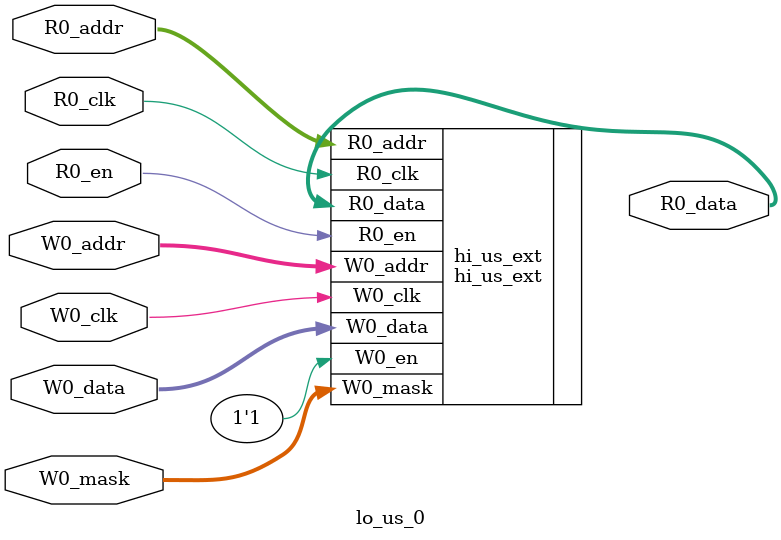
<source format=sv>
`ifndef RANDOMIZE
  `ifdef RANDOMIZE_REG_INIT
    `define RANDOMIZE
  `endif // RANDOMIZE_REG_INIT
`endif // not def RANDOMIZE
`ifndef RANDOMIZE
  `ifdef RANDOMIZE_MEM_INIT
    `define RANDOMIZE
  `endif // RANDOMIZE_MEM_INIT
`endif // not def RANDOMIZE

`ifndef RANDOM
  `define RANDOM $random
`endif // not def RANDOM

// Users can define 'PRINTF_COND' to add an extra gate to prints.
`ifndef PRINTF_COND_
  `ifdef PRINTF_COND
    `define PRINTF_COND_ (`PRINTF_COND)
  `else  // PRINTF_COND
    `define PRINTF_COND_ 1
  `endif // PRINTF_COND
`endif // not def PRINTF_COND_

// Users can define 'ASSERT_VERBOSE_COND' to add an extra gate to assert error printing.
`ifndef ASSERT_VERBOSE_COND_
  `ifdef ASSERT_VERBOSE_COND
    `define ASSERT_VERBOSE_COND_ (`ASSERT_VERBOSE_COND)
  `else  // ASSERT_VERBOSE_COND
    `define ASSERT_VERBOSE_COND_ 1
  `endif // ASSERT_VERBOSE_COND
`endif // not def ASSERT_VERBOSE_COND_

// Users can define 'STOP_COND' to add an extra gate to stop conditions.
`ifndef STOP_COND_
  `ifdef STOP_COND
    `define STOP_COND_ (`STOP_COND)
  `else  // STOP_COND
    `define STOP_COND_ 1
  `endif // STOP_COND
`endif // not def STOP_COND_

// Users can define INIT_RANDOM as general code that gets injected into the
// initializer block for modules with registers.
`ifndef INIT_RANDOM
  `define INIT_RANDOM
`endif // not def INIT_RANDOM

// If using random initialization, you can also define RANDOMIZE_DELAY to
// customize the delay used, otherwise 0.002 is used.
`ifndef RANDOMIZE_DELAY
  `define RANDOMIZE_DELAY 0.002
`endif // not def RANDOMIZE_DELAY

// Define INIT_RANDOM_PROLOG_ for use in our modules below.
`ifndef INIT_RANDOM_PROLOG_
  `ifdef RANDOMIZE
    `ifdef VERILATOR
      `define INIT_RANDOM_PROLOG_ `INIT_RANDOM
    `else  // VERILATOR
      `define INIT_RANDOM_PROLOG_ `INIT_RANDOM #`RANDOMIZE_DELAY begin end
    `endif // VERILATOR
  `else  // RANDOMIZE
    `define INIT_RANDOM_PROLOG_
  `endif // RANDOMIZE
`endif // not def INIT_RANDOM_PROLOG_

module lo_us_0(	// @[tage.scala:90:27]
  input  [6:0] R0_addr,
  input        R0_en,
               R0_clk,
  input  [6:0] W0_addr,
  input        W0_clk,
  input  [3:0] W0_data,
               W0_mask,
  output [3:0] R0_data
);

  hi_us_ext hi_us_ext (	// @[tage.scala:90:27]
    .R0_addr (R0_addr),
    .R0_en   (R0_en),
    .R0_clk  (R0_clk),
    .W0_addr (W0_addr),
    .W0_en   (1'h1),
    .W0_clk  (W0_clk),
    .W0_data (W0_data),
    .W0_mask (W0_mask),
    .R0_data (R0_data)
  );
endmodule


</source>
